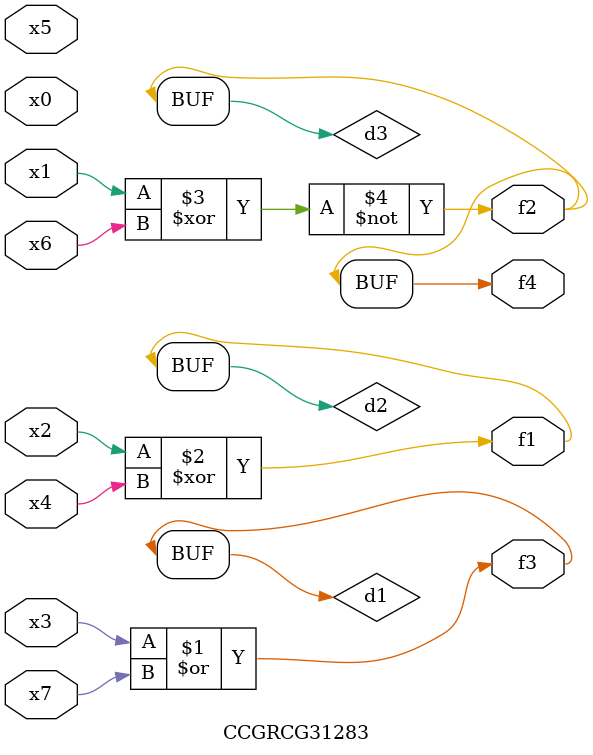
<source format=v>
module CCGRCG31283(
	input x0, x1, x2, x3, x4, x5, x6, x7,
	output f1, f2, f3, f4
);

	wire d1, d2, d3;

	or (d1, x3, x7);
	xor (d2, x2, x4);
	xnor (d3, x1, x6);
	assign f1 = d2;
	assign f2 = d3;
	assign f3 = d1;
	assign f4 = d3;
endmodule

</source>
